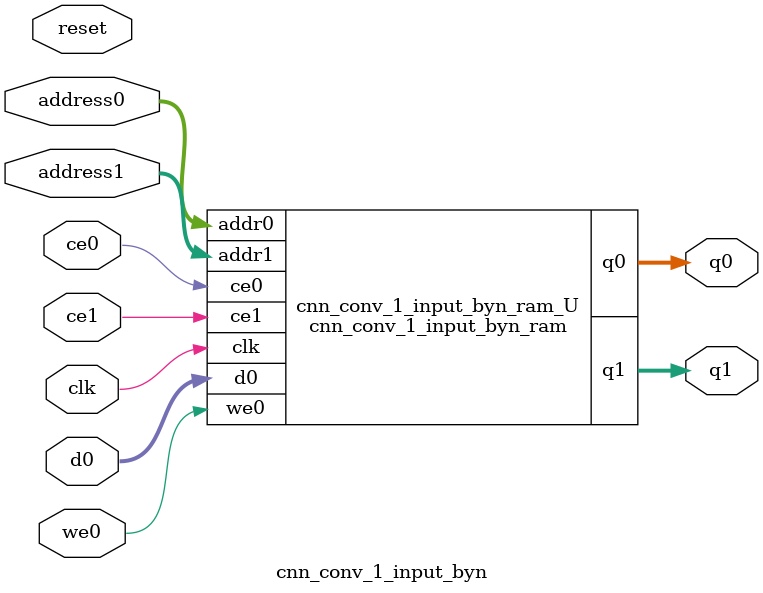
<source format=v>
`timescale 1 ns / 1 ps
module cnn_conv_1_input_byn_ram (addr0, ce0, d0, we0, q0, addr1, ce1, q1,  clk);

parameter DWIDTH = 14;
parameter AWIDTH = 7;
parameter MEM_SIZE = 90;

input[AWIDTH-1:0] addr0;
input ce0;
input[DWIDTH-1:0] d0;
input we0;
output reg[DWIDTH-1:0] q0;
input[AWIDTH-1:0] addr1;
input ce1;
output reg[DWIDTH-1:0] q1;
input clk;

(* ram_style = "block" *)reg [DWIDTH-1:0] ram[0:MEM_SIZE-1];




always @(posedge clk)  
begin 
    if (ce0) 
    begin
        if (we0) 
        begin 
            ram[addr0] <= d0; 
        end 
        q0 <= ram[addr0];
    end
end


always @(posedge clk)  
begin 
    if (ce1) 
    begin
        q1 <= ram[addr1];
    end
end


endmodule

`timescale 1 ns / 1 ps
module cnn_conv_1_input_byn(
    reset,
    clk,
    address0,
    ce0,
    we0,
    d0,
    q0,
    address1,
    ce1,
    q1);

parameter DataWidth = 32'd14;
parameter AddressRange = 32'd90;
parameter AddressWidth = 32'd7;
input reset;
input clk;
input[AddressWidth - 1:0] address0;
input ce0;
input we0;
input[DataWidth - 1:0] d0;
output[DataWidth - 1:0] q0;
input[AddressWidth - 1:0] address1;
input ce1;
output[DataWidth - 1:0] q1;



cnn_conv_1_input_byn_ram cnn_conv_1_input_byn_ram_U(
    .clk( clk ),
    .addr0( address0 ),
    .ce0( ce0 ),
    .we0( we0 ),
    .d0( d0 ),
    .q0( q0 ),
    .addr1( address1 ),
    .ce1( ce1 ),
    .q1( q1 ));

endmodule


</source>
